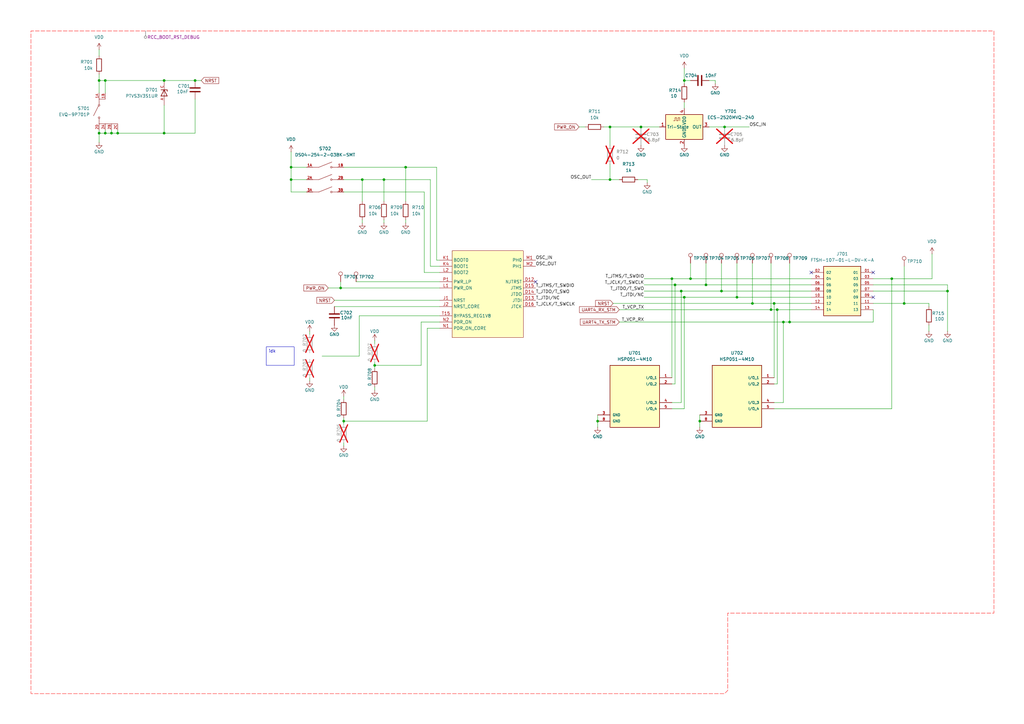
<source format=kicad_sch>
(kicad_sch (version 20250114) (generator "eeschema") (generator_version "9.0")
  (paper "A3")
  (title_block (comment 1 "Author: Mykola Grodskyi"))
  (text_box "idk\n" (at 109.22 142.24 0) (size 11.43 7.62) (margins 0.9525 0.9525 0.9525 0.9525) (effects (font (size 1.27 1.27)) (justify left top)))
  (junction (at 370.84 124.46))
  (junction (at 308.61 124.46))
  (junction (at 297.18 52.07))
  (junction (at 80.01 33.02))
  (junction (at 302.26 121.92))
  (junction (at 321.31 132.08))
  (junction (at 275.59 114.3))
  (junction (at 323.85 132.08))
  (junction (at 43.18 33.02))
  (junction (at 119.38 73.66))
  (junction (at 139.7 118.11))
  (junction (at 48.26 54.61))
  (junction (at 317.5 124.46))
  (junction (at 295.91 119.38))
  (junction (at 262.89 52.07))
  (junction (at 153.67 149.86))
  (junction (at 283.21 114.3))
  (junction (at 67.31 54.61))
  (junction (at 287.02 172.72))
  (junction (at 67.31 33.02))
  (junction (at 245.11 172.72))
  (junction (at 250.19 73.66))
  (junction (at 45.72 54.61))
  (junction (at 140.97 172.72))
  (junction (at 388.62 119.38))
  (junction (at 280.67 121.92))
  (junction (at 166.37 68.58))
  (junction (at 250.19 52.07))
  (junction (at 119.38 68.58))
  (junction (at 148.59 73.66))
  (junction (at 40.64 33.02))
  (junction (at 40.64 54.61))
  (junction (at 316.23 127))
  (junction (at 43.18 54.61))
  (junction (at 279.4 119.38))
  (junction (at 289.56 116.84))
  (junction (at 157.48 73.66))
  (junction (at 280.67 33.02))
  (junction (at 276.86 116.84))
  (junction (at 365.76 114.3))
  (junction (at 318.77 127))
  (no_connect (at 219.71 115.57))
  (no_connect (at 358.14 121.92))
  (no_connect (at 358.14 111.76))
  (no_connect (at 332.74 111.76))
  (wire (pts (xy 264.16 116.84) (xy 276.86 116.84)))
  (wire (pts (xy 250.19 67.31) (xy 250.19 73.66)))
  (wire (pts (xy 290.83 33.02) (xy 293.37 33.02)))
  (wire (pts (xy 317.5 157.48) (xy 318.77 157.48)))
  (wire (pts (xy 388.62 119.38) (xy 388.62 116.84)))
  (wire (pts (xy 317.5 124.46) (xy 317.5 154.94)))
  (wire (pts (xy 153.67 148.59) (xy 153.67 149.86)))
  (wire (pts (xy 67.31 54.61) (xy 80.01 54.61)))
  (wire (pts (xy 275.59 114.3) (xy 283.21 114.3)))
  (wire (pts (xy 140.97 73.66) (xy 148.59 73.66)))
  (wire (pts (xy 48.26 53.34) (xy 48.26 54.61)))
  (wire (pts (xy 166.37 68.58) (xy 140.97 68.58)))
  (wire (pts (xy 140.97 162.56) (xy 140.97 163.83)))
  (wire (pts (xy 247.65 52.07) (xy 250.19 52.07)))
  (wire (pts (xy 166.37 91.44) (xy 166.37 90.17)))
  (wire (pts (xy 251.46 124.46) (xy 308.61 124.46)))
  (wire (pts (xy 264.16 121.92) (xy 280.67 121.92)))
  (wire (pts (xy 147.32 146.05) (xy 147.32 129.54)))
  (wire (pts (xy 180.34 111.76) (xy 173.99 111.76)))
  (wire (pts (xy 358.14 114.3) (xy 365.76 114.3)))
  (wire (pts (xy 264.16 119.38) (xy 279.4 119.38)))
  (wire (pts (xy 175.26 134.62) (xy 175.26 172.72)))
  (wire (pts (xy 323.85 107.95) (xy 323.85 132.08)))
  (wire (pts (xy 80.01 54.61) (xy 80.01 40.64)))
  (wire (pts (xy 153.67 160.02) (xy 153.67 158.75)))
  (wire (pts (xy 43.18 38.1) (xy 43.18 33.02)))
  (wire (pts (xy 250.19 52.07) (xy 262.89 52.07)))
  (wire (pts (xy 40.64 54.61) (xy 40.64 58.42)))
  (wire (pts (xy 370.84 109.22) (xy 370.84 124.46)))
  (wire (pts (xy 308.61 107.95) (xy 308.61 124.46)))
  (wire (pts (xy 283.21 114.3) (xy 332.74 114.3)))
  (wire (pts (xy 140.97 172.72) (xy 140.97 173.99)))
  (wire (pts (xy 148.59 73.66) (xy 148.59 82.55)))
  (wire (pts (xy 316.23 127) (xy 318.77 127)))
  (wire (pts (xy 323.85 132.08) (xy 358.14 132.08)))
  (wire (pts (xy 317.5 167.64) (xy 365.76 167.64)))
  (wire (pts (xy 139.7 118.11) (xy 180.34 118.11)))
  (wire (pts (xy 254 73.66) (xy 250.19 73.66)))
  (wire (pts (xy 134.62 118.11) (xy 139.7 118.11)))
  (wire (pts (xy 280.67 27.94) (xy 280.67 33.02)))
  (wire (pts (xy 127 135.89) (xy 127 137.16)))
  (wire (pts (xy 40.64 53.34) (xy 40.64 54.61)))
  (wire (pts (xy 172.72 132.08) (xy 172.72 149.86)))
  (wire (pts (xy 132.08 146.05) (xy 147.32 146.05)))
  (wire (pts (xy 318.77 127) (xy 332.74 127)))
  (wire (pts (xy 321.31 132.08) (xy 323.85 132.08)))
  (wire (pts (xy 40.64 33.02) (xy 40.64 38.1)))
  (wire (pts (xy 172.72 132.08) (xy 180.34 132.08)))
  (wire (pts (xy 275.59 114.3) (xy 275.59 154.94)))
  (wire (pts (xy 295.91 119.38) (xy 332.74 119.38)))
  (wire (pts (xy 173.99 78.74) (xy 140.97 78.74)))
  (wire (pts (xy 147.32 129.54) (xy 180.34 129.54)))
  (wire (pts (xy 280.67 121.92) (xy 280.67 167.64)))
  (wire (pts (xy 245.11 170.18) (xy 245.11 172.72)))
  (wire (pts (xy 388.62 119.38) (xy 388.62 135.89)))
  (wire (pts (xy 365.76 114.3) (xy 382.27 114.3)))
  (wire (pts (xy 381 135.89) (xy 381 133.35)))
  (wire (pts (xy 40.64 30.48) (xy 40.64 33.02)))
  (wire (pts (xy 279.4 119.38) (xy 295.91 119.38)))
  (wire (pts (xy 67.31 43.18) (xy 67.31 54.61)))
  (wire (pts (xy 43.18 54.61) (xy 45.72 54.61)))
  (wire (pts (xy 289.56 107.95) (xy 289.56 116.84)))
  (wire (pts (xy 280.67 41.91) (xy 280.67 44.45)))
  (wire (pts (xy 275.59 165.1) (xy 279.4 165.1)))
  (wire (pts (xy 176.53 109.22) (xy 180.34 109.22)))
  (wire (pts (xy 140.97 171.45) (xy 140.97 172.72)))
  (wire (pts (xy 40.64 54.61) (xy 43.18 54.61)))
  (wire (pts (xy 119.38 73.66) (xy 119.38 78.74)))
  (wire (pts (xy 173.99 111.76) (xy 173.99 78.74)))
  (wire (pts (xy 381 125.73) (xy 381 124.46)))
  (wire (pts (xy 180.34 134.62) (xy 175.26 134.62)))
  (wire (pts (xy 275.59 167.64) (xy 280.67 167.64)))
  (wire (pts (xy 302.26 107.95) (xy 302.26 121.92)))
  (wire (pts (xy 80.01 33.02) (xy 67.31 33.02)))
  (wire (pts (xy 358.14 119.38) (xy 388.62 119.38)))
  (wire (pts (xy 153.67 149.86) (xy 153.67 151.13)))
  (wire (pts (xy 242.57 73.66) (xy 250.19 73.66)))
  (wire (pts (xy 157.48 73.66) (xy 157.48 82.55)))
  (wire (pts (xy 127 156.21) (xy 127 154.94)))
  (wire (pts (xy 358.14 116.84) (xy 388.62 116.84)))
  (wire (pts (xy 287.02 170.18) (xy 287.02 172.72)))
  (wire (pts (xy 45.72 53.34) (xy 45.72 54.61)))
  (wire (pts (xy 283.21 107.95) (xy 283.21 114.3)))
  (wire (pts (xy 321.31 132.08) (xy 321.31 165.1)))
  (wire (pts (xy 365.76 167.64) (xy 365.76 114.3)))
  (wire (pts (xy 280.67 33.02) (xy 280.67 34.29)))
  (wire (pts (xy 119.38 68.58) (xy 125.73 68.58)))
  (wire (pts (xy 157.48 73.66) (xy 176.53 73.66)))
  (wire (pts (xy 254 127) (xy 316.23 127)))
  (wire (pts (xy 265.43 74.93) (xy 265.43 73.66)))
  (wire (pts (xy 48.26 54.61) (xy 67.31 54.61)))
  (wire (pts (xy 140.97 182.88) (xy 140.97 181.61)))
  (wire (pts (xy 166.37 68.58) (xy 166.37 82.55)))
  (wire (pts (xy 176.53 73.66) (xy 176.53 109.22)))
  (wire (pts (xy 275.59 157.48) (xy 276.86 157.48)))
  (wire (pts (xy 318.77 127) (xy 318.77 157.48)))
  (wire (pts (xy 290.83 52.07) (xy 297.18 52.07)))
  (wire (pts (xy 358.14 124.46) (xy 370.84 124.46)))
  (wire (pts (xy 45.72 54.61) (xy 48.26 54.61)))
  (wire (pts (xy 139.7 115.57) (xy 139.7 118.11)))
  (wire (pts (xy 140.97 172.72) (xy 175.26 172.72)))
  (wire (pts (xy 280.67 121.92) (xy 302.26 121.92)))
  (wire (pts (xy 302.26 121.92) (xy 332.74 121.92)))
  (wire (pts (xy 279.4 119.38) (xy 279.4 165.1)))
  (wire (pts (xy 358.14 132.08) (xy 358.14 127)))
  (wire (pts (xy 119.38 68.58) (xy 119.38 73.66)))
  (wire (pts (xy 180.34 106.68) (xy 179.07 106.68)))
  (wire (pts (xy 382.27 104.14) (xy 382.27 114.3)))
  (wire (pts (xy 287.02 172.72) (xy 287.02 175.26)))
  (wire (pts (xy 125.73 73.66) (xy 119.38 73.66)))
  (wire (pts (xy 317.5 165.1) (xy 321.31 165.1)))
  (wire (pts (xy 119.38 78.74) (xy 125.73 78.74)))
  (wire (pts (xy 82.55 33.02) (xy 80.01 33.02)))
  (wire (pts (xy 40.64 20.32) (xy 40.64 22.86)))
  (wire (pts (xy 137.16 123.19) (xy 180.34 123.19)))
  (wire (pts (xy 153.67 149.86) (xy 172.72 149.86)))
  (wire (pts (xy 317.5 124.46) (xy 332.74 124.46)))
  (wire (pts (xy 289.56 116.84) (xy 332.74 116.84)))
  (wire (pts (xy 146.05 115.57) (xy 180.34 115.57)))
  (wire (pts (xy 276.86 116.84) (xy 289.56 116.84)))
  (wire (pts (xy 179.07 106.68) (xy 179.07 68.58)))
  (wire (pts (xy 43.18 53.34) (xy 43.18 54.61)))
  (wire (pts (xy 153.67 139.7) (xy 153.67 140.97)))
  (wire (pts (xy 148.59 73.66) (xy 157.48 73.66)))
  (wire (pts (xy 308.61 124.46) (xy 317.5 124.46)))
  (wire (pts (xy 264.16 114.3) (xy 275.59 114.3)))
  (wire (pts (xy 119.38 62.23) (xy 119.38 68.58)))
  (wire (pts (xy 43.18 33.02) (xy 67.31 33.02)))
  (wire (pts (xy 148.59 91.44) (xy 148.59 90.17)))
  (wire (pts (xy 179.07 68.58) (xy 166.37 68.58)))
  (wire (pts (xy 370.84 124.46) (xy 381 124.46)))
  (wire (pts (xy 157.48 91.44) (xy 157.48 90.17)))
  (wire (pts (xy 283.21 33.02) (xy 280.67 33.02)))
  (wire (pts (xy 254 132.08) (xy 321.31 132.08)))
  (wire (pts (xy 40.64 33.02) (xy 43.18 33.02)))
  (wire (pts (xy 180.34 125.73) (xy 137.16 125.73)))
  (wire (pts (xy 295.91 107.95) (xy 295.91 119.38)))
  (wire (pts (xy 250.19 52.07) (xy 250.19 59.69)))
  (wire (pts (xy 297.18 52.07) (xy 307.34 52.07)))
  (wire (pts (xy 265.43 73.66) (xy 261.62 73.66)))
  (wire (pts (xy 237.49 52.07) (xy 240.03 52.07)))
  (wire (pts (xy 245.11 172.72) (xy 245.11 175.26)))
  (wire (pts (xy 316.23 107.95) (xy 316.23 127)))
  (wire (pts (xy 276.86 116.84) (xy 276.86 157.48)))
  (wire (pts (xy 293.37 34.29) (xy 293.37 33.02)))
  (wire (pts (xy 262.89 52.07) (xy 270.51 52.07)))
  (label "OSC_OUT" (at 219.71 109.22 0))
  (label "T_JTDO{slash}T_SWO" (at 219.71 120.65 0))
  (label "T_VCP_TX" (at 264.16 127 180))
  (label "T_JTMS{slash}T_SWDIO" (at 219.71 118.11 0))
  (label "T_JTDI{slash}NC" (at 264.16 121.92 180))
  (label "T_JTDO{slash}T_SWO" (at 264.16 119.38 180))
  (label "T_JCLK{slash}T_SWCLK" (at 264.16 116.84 180))
  (label "T_JTMS{slash}T_SWDIO" (at 264.16 114.3 180))
  (label "OSC_IN" (at 219.71 106.68 0))
  (label "T_JCLK{slash}T_SWCLK" (at 219.71 125.73 0))
  (label "T_VCP_RX" (at 264.16 132.08 180))
  (label "T_JTDI{slash}NC" (at 219.71 123.19 0))
  (label "OSC_IN" (at 307.34 52.07 0))
  (label "OSC_OUT" (at 242.57 73.66 180))
  (global_label "UART4_TX_STM" (shape input) (at 254 132.08 180) (property "Intersheetrefs" "${INTERSHEET_REFS}" (effects (hide yes))))
  (global_label "PWR_ON" (shape input) (at 134.62 118.11 180) (property "Intersheetrefs" "${INTERSHEET_REFS}" (effects (hide yes))))
  (global_label "NRST" (shape input) (at 137.16 123.19 180) (property "Intersheetrefs" "${INTERSHEET_REFS}" (effects (hide yes))))
  (global_label "NRST" (shape input) (at 251.46 124.46 180) (property "Intersheetrefs" "${INTERSHEET_REFS}" (effects (hide yes))))
  (global_label "NRST" (shape input) (at 82.55 33.02 0) (property "Intersheetrefs" "${INTERSHEET_REFS}" (effects (hide yes))))
  (global_label "UART4_RX_STM" (shape input) (at 254 127 180) (property "Intersheetrefs" "${INTERSHEET_REFS}" (effects (hide yes))))
  (global_label "PWR_ON" (shape input) (at 237.49 52.07 180) (property "Intersheetrefs" "${INTERSHEET_REFS}" (effects (hide yes))))
  (rule_area (polyline (pts (xy 407.67 12.7) (xy 407.67 251.46) (xy 298.45 251.46) (xy 298.45 283.21) (xy 297.18 284.48) (xy 12.7 284.48) (xy 12.7 12.7)) (stroke (width 0) (type dash))))
  (netclass_flag "" (length 2.54) (shape round) (at 59.69 12.7 180) (property "Netclass" "RCC_BOOT_RST_DEBUG" (at 60.3885 15.24 0) (effects (justify left))))
  (symbol (lib_id "Connector:TestPoint") (at 316.23 107.95 0) (unit 1)
    (property "Reference" "TP708" (at 317.5 105.918 0) (effects (justify left)))
    (property "Value" "TestPoint" (effects (hide yes)))
    (property "Footprint" "Library:TP_0.5mm" (effects (hide yes)))
    (property "Description" "test point" (effects (hide yes)))
  )
  (symbol (lib_id "Connector:TestPoint") (at 139.7 115.57 0) (unit 1)
    (property "Reference" "TP701" (at 140.97 113.538 0) (effects (justify left)))
    (property "Value" "TestPoint" (effects (hide yes)))
    (property "Footprint" "Library:TP_0.5mm" (effects (hide yes)))
    (property "Description" "test point" (effects (hide yes)))
  )
  (symbol (lib_id "Device:R") (at 257.81 73.66 90) (unit 1)
    (property "Reference" "R713" (at 257.81 67.31 90))
    (property "Value" "1k" (at 257.81 69.85 90))
    (property "Footprint" "Resistor_SMD:R_0402_1005Metric" (effects (hide yes)))
    (property "Description" "Resistor" (effects (hide yes)))
  )
  (symbol (lib_id "EVQ-9P701P:EVQ-9P701P") (at 40.64 45.72 90) (mirror x) (unit 1)
    (property "Reference" "S701" (at 36.83 44.4499 90) (effects (justify left)))
    (property "Value" "EVQ-9P701P" (at 36.83 46.9899 90) (effects (justify left)))
    (property "Footprint" "lib:SW_EVQ-9P701P" (effects (hide yes)))
    (property "MF" "Panasonic Electronic Components" (effects (hide yes)))
    (property "MAXIMUM_PACKAGE_HEIGHT" "1.35mm" (effects (hide yes)))
    (property "Package" "None" (effects (hide yes)))
    (property "Price" "None" (effects (hide yes)))
    (property "Check_prices" "https://www.snapeda.com/parts/EVQ-9P701P/Panasonic+Electronic+Components/view-part/?ref=eda" (effects (hide yes)))
    (property "STANDARD" "Manufacturer Recommendations" (effects (hide yes)))
    (property "PARTREV" "N/A" (effects (hide yes)))
    (property "SnapEDA_Link" "https://www.snapeda.com/parts/EVQ-9P701P/Panasonic+Electronic+Components/view-part/?ref=snap" (effects (hide yes)))
    (property "MP" "EVQ-9P701P" (effects (hide yes)))
    (property "Description_1" "Tactile Switch SPST-NO Side Actuated Surface Mount, Right Angle" (effects (hide yes)))
    (property "Availability" "In Stock" (effects (hide yes)))
    (property "MANUFACTURER" "Panasonic" (effects (hide yes)))
  )
  (symbol (lib_id "power:GND") (at 293.37 34.29 0) (unit 1)
    (property "Reference" "#PWR0720" (effects (hide yes)))
    (property "Value" "GND" (at 293.37 38.1 0))
    (property "Description" "Power symbol creates a global label with name \"GND\" , ground" (effects (hide yes)))
  )
  (symbol (lib_id "power:GND") (at 388.62 135.89 0) (mirror y) (unit 1)
    (property "Reference" "#PWR0724" (effects (hide yes)))
    (property "Value" "GND" (at 388.62 139.7 0))
    (property "Description" "Power symbol creates a global label with name \"GND\" , ground" (effects (hide yes)))
  )
  (symbol (lib_id "HSP051-4M10:HSP051-4M10") (at 260.35 162.56 0) (mirror y) (unit 1)
    (property "Reference" "U701" (at 260.35 144.78 0))
    (property "Value" "HSP051-4M10" (at 260.35 147.32 0))
    (property "Footprint" "lib:IC_HSP051-4M10" (effects (hide yes)))
    (property "MF" "STMicroelectronics" (effects (hide yes)))
    (property "MAXIMUM_PACKAGE_HEIGHT" "0.5mm" (effects (hide yes)))
    (property "Package" "UQFN-10 STMicroelectronics" (effects (hide yes)))
    (property "Description_1" "10V Clamp 1A (8/20µs) Ipp Tvs Diode Surface Mount 10-UQFN (2.5x1)" (effects (hide yes)))
    (property "MANUFACTURER" "STMicroelectronics" (effects (hide yes)))
    (property "P/N" " HSP051-4M10" (effects (hide yes)))
    (property "Mouser P/N" "511-HSP051-4M10" (effects (hide yes)))
  )
  (symbol (lib_id "power:GND") (at 297.18 59.69 0) (unit 1)
    (property "Reference" "#PWR0721" (effects (hide yes)))
    (property "Value" "GND" (at 297.18 63.5 0))
    (property "Description" "Power symbol creates a global label with name \"GND\" , ground" (effects (hide yes)))
  )
  (symbol (lib_id "Device:R") (at 40.64 26.67 0) (mirror x) (unit 1)
    (property "Reference" "R701" (at 38.1 25.3999 0) (effects (justify right)))
    (property "Value" "10k" (at 38.1 27.9399 0) (effects (justify right)))
    (property "Footprint" "Resistor_SMD:R_0402_1005Metric" (effects (hide yes)))
    (property "Description" "Resistor" (effects (hide yes)))
  )
  (symbol (lib_id "Device:R") (at 157.48 86.36 0) (unit 1)
    (property "Reference" "R709" (at 160.02 85.0899 0) (effects (justify left)))
    (property "Value" "10k" (at 160.02 87.6299 0) (effects (justify left)))
    (property "Footprint" "Resistor_SMD:R_0402_1005Metric" (effects (hide yes)))
    (property "Description" "Resistor" (effects (hide yes)))
  )
  (symbol (lib_id "Device:R") (at 153.67 154.94 0) (mirror x) (unit 1)
    (property "Reference" "R708" (at 151.638 153.416 90))
    (property "Value" "0" (at 151.638 157.734 90))
    (property "Footprint" "Resistor_SMD:R_0402_1005Metric" (effects (hide yes)))
    (property "Description" "Resistor" (effects (hide yes)))
  )
  (symbol (lib_id "power:+36V") (at 280.67 27.94 0) (unit 1)
    (property "Reference" "#PWR0717" (effects (hide yes)))
    (property "Value" "VDD" (at 280.67 22.86 0))
    (property "Description" "Power symbol creates a global label with name \"+36V\"" (effects (hide yes)))
  )
  (symbol (lib_id "power:+36V") (at 382.27 104.14 0) (mirror y) (unit 1)
    (property "Reference" "#PWR0723" (effects (hide yes)))
    (property "Value" "VDD" (at 382.27 99.06 0))
    (property "Description" "Power symbol creates a global label with name \"+36V\"" (effects (hide yes)))
  )
  (symbol (lib_id "power:GND") (at 127 156.21 0) (unit 1)
    (property "Reference" "#PWR0705" (effects (hide yes)))
    (property "Value" "GND" (at 127 160.02 0))
    (property "Description" "Power symbol creates a global label with name \"GND\" , ground" (effects (hide yes)))
  )
  (symbol (lib_id "DS04-254-2-03BK-SMT:DS04-254-2-03BK-SMT") (at 133.35 73.66 0) (unit 1)
    (property "Reference" "S702" (at 133.35 60.96 0))
    (property "Value" "DS04-254-2-03BK-SMT" (at 133.35 63.5 0))
    (property "Footprint" "lib:SW_DS04-254-2-03BK-SMT" (effects (hide yes)))
    (property "MF" "Same Sky" (effects (hide yes)))
    (property "MAXIMUM_PACKAGE_HEIGHT" "4.86 mm" (effects (hide yes)))
    (property "Package" "None" (effects (hide yes)))
    (property "Price" "None" (effects (hide yes)))
    (property "Check_prices" "https://www.snapeda.com/parts/DS04-254-2-03BK-SMT/Same+Sky/view-part/?ref=eda" (effects (hide yes)))
    (property "STANDARD" "Manufacturer Recommendations" (effects (hide yes)))
    (property "PARTREV" "V0.0" (effects (hide yes)))
    (property "SnapEDA_Link" "https://www.snapeda.com/parts/DS04-254-2-03BK-SMT/Same+Sky/view-part/?ref=snap" (effects (hide yes)))
    (property "MP" "DS04-254-2-03BK-SMT" (effects (hide yes)))
    (property "Description_1" "3 Position, Surface Mount, 2.54 mm Pitch, Flat Slide Actuator, Flat Bottom, SMT Pin, DIP Switch" (effects (hide yes)))
    (property "Availability" "In Stock" (effects (hide yes)))
    (property "MANUFACTURER" "CUI Inc." (effects (hide yes)))
  )
  (symbol (lib_id "Device:R") (at 127 140.97 0) (mirror x) (unit 1) (dnp yes)
    (property "Reference" "R702" (at 124.968 139.446 90))
    (property "Value" "0" (at 124.968 143.764 90))
    (property "Footprint" "Resistor_SMD:R_0402_1005Metric" (effects (hide yes)))
    (property "Description" "Resistor" (effects (hide yes)))
  )
  (symbol (lib_id "Connector:TestPoint") (at 323.85 107.95 0) (unit 1)
    (property "Reference" "TP709" (at 325.12 105.918 0) (effects (justify left)))
    (property "Value" "TestPoint" (effects (hide yes)))
    (property "Footprint" "Library:TP_0.5mm" (effects (hide yes)))
    (property "Description" "test point" (effects (hide yes)))
  )
  (symbol (lib_id "Device:R") (at 250.19 63.5 180) (unit 1) (dnp yes)
    (property "Reference" "R712" (at 252.73 62.2299 0) (effects (justify right)))
    (property "Value" "0" (at 252.73 64.7699 0) (effects (justify right)))
    (property "Footprint" "Resistor_SMD:R_0402_1005Metric" (effects (hide yes)))
    (property "Description" "Resistor" (effects (hide yes)))
  )
  (symbol (lib_id "Oscillator:ECS-2520MV-xxx-xx") (at 280.67 52.07 0) (unit 1)
    (property "Reference" "Y701" (at 299.72 45.6498 0))
    (property "Value" "ECS-2520MVQ-240" (at 299.72 48.1898 0))
    (property "Footprint" "Oscillator:Oscillator_SMD_ECS_2520MV-xxx-xx-4Pin_2.5x2.0mm" (effects (hide yes)))
    (property "Datasheet" "https://www.ecsxtal.com/store/pdf/ECS-2520MV.pdf" (effects (hide yes)))
    (property "Description" "HCMOS Crystal Clock Oscillator, 2.5x2.0 mm SMD" (effects (hide yes)))
    (property "Mouser P/N" "520-E2520MVQ240BSTR" (effects (hide yes)))
    (property "P/N" "ECS-2520MVQ-240-BS-TR" (effects (hide yes)))
  )
  (symbol (lib_id "power:+36V") (at 40.64 20.32 0) (mirror y) (unit 1)
    (property "Reference" "#PWR0701" (effects (hide yes)))
    (property "Value" "VDD" (at 40.64 15.24 0))
    (property "Description" "Power symbol creates a global label with name \"+36V\"" (effects (hide yes)))
  )
  (symbol (lib_id "Connector:TestPoint") (at 308.61 107.95 0) (unit 1)
    (property "Reference" "TP707" (at 309.88 105.918 0) (effects (justify left)))
    (property "Value" "TestPoint" (effects (hide yes)))
    (property "Footprint" "Library:TP_0.5mm" (effects (hide yes)))
    (property "Description" "test point" (effects (hide yes)))
  )
  (symbol (lib_id "Connector:TestPoint") (at 289.56 107.95 0) (unit 1)
    (property "Reference" "TP704" (at 290.83 105.918 0) (effects (justify left)))
    (property "Value" "TestPoint" (effects (hide yes)))
    (property "Footprint" "Library:TP_0.5mm" (effects (hide yes)))
    (property "Description" "test point" (effects (hide yes)))
  )
  (symbol (lib_id "Device:R") (at 166.37 86.36 180) (unit 1)
    (property "Reference" "R710" (at 168.91 85.0899 0) (effects (justify right)))
    (property "Value" "10k" (at 168.91 87.6299 0) (effects (justify right)))
    (property "Footprint" "Resistor_SMD:R_0402_1005Metric" (effects (hide yes)))
    (property "Description" "Resistor" (effects (hide yes)))
  )
  (symbol (lib_id "power:GND") (at 140.97 182.88 0) (unit 1)
    (property "Reference" "#PWR0708" (effects (hide yes)))
    (property "Value" "GND" (at 140.97 186.69 0))
    (property "Description" "Power symbol creates a global label with name \"GND\" , ground" (effects (hide yes)))
  )
  (symbol (lib_id "Connector:TestPoint") (at 295.91 107.95 0) (unit 1)
    (property "Reference" "TP705" (at 297.18 105.918 0) (effects (justify left)))
    (property "Value" "TestPoint" (effects (hide yes)))
    (property "Footprint" "Library:TP_0.5mm" (effects (hide yes)))
    (property "Description" "test point" (effects (hide yes)))
  )
  (symbol (lib_id "Connector:TestPoint") (at 302.26 107.95 0) (unit 1)
    (property "Reference" "TP706" (at 303.53 105.918 0) (effects (justify left)))
    (property "Value" "TestPoint" (effects (hide yes)))
    (property "Footprint" "Library:TP_0.5mm" (effects (hide yes)))
    (property "Description" "test point" (effects (hide yes)))
  )
  (symbol (lib_id "HSP051-4M10:HSP051-4M10") (at 302.26 162.56 0) (mirror y) (unit 1)
    (property "Reference" "U702" (at 302.26 144.78 0))
    (property "Value" "HSP051-4M10" (at 302.26 147.32 0))
    (property "Footprint" "lib:IC_HSP051-4M10" (effects (hide yes)))
    (property "MF" "STMicroelectronics" (effects (hide yes)))
    (property "MAXIMUM_PACKAGE_HEIGHT" "0.5mm" (effects (hide yes)))
    (property "Package" "UQFN-10 STMicroelectronics" (effects (hide yes)))
    (property "Description_1" "10V Clamp 1A (8/20µs) Ipp Tvs Diode Surface Mount 10-UQFN (2.5x1)" (effects (hide yes)))
    (property "MANUFACTURER" "STMicroelectronics" (effects (hide yes)))
    (property "P/N" " HSP051-4M10" (effects (hide yes)))
    (property "Mouser P/N" "511-HSP051-4M10" (effects (hide yes)))
  )
  (symbol (lib_id "power:GND") (at 148.59 91.44 0) (unit 1)
    (property "Reference" "#PWR0709" (effects (hide yes)))
    (property "Value" "GND" (at 148.59 95.25 0))
    (property "Description" "Power symbol creates a global label with name \"GND\" , ground" (effects (hide yes)))
  )
  (symbol (lib_id "power:GND") (at 157.48 91.44 0) (unit 1)
    (property "Reference" "#PWR0712" (effects (hide yes)))
    (property "Value" "GND" (at 157.48 95.25 0))
    (property "Description" "Power symbol creates a global label with name \"GND\" , ground" (effects (hide yes)))
  )
  (symbol (lib_id "Connector:TestPoint") (at 370.84 109.22 0) (unit 1)
    (property "Reference" "TP710" (at 372.11 107.188 0) (effects (justify left)))
    (property "Value" "TestPoint" (effects (hide yes)))
    (property "Footprint" "Library:TP_0.5mm" (effects (hide yes)))
    (property "Description" "test point" (effects (hide yes)))
  )
  (symbol (lib_id "Device:R") (at 243.84 52.07 90) (unit 1)
    (property "Reference" "R711" (at 243.84 45.72 90))
    (property "Value" "10k" (at 243.84 48.26 90))
    (property "Footprint" "Resistor_SMD:R_0402_1005Metric" (effects (hide yes)))
    (property "Description" "Resistor" (effects (hide yes)))
  )
  (symbol (lib_id "Device:R") (at 280.67 38.1 180) (unit 1)
    (property "Reference" "R714" (at 276.86 37.084 0))
    (property "Value" "10" (at 276.352 39.37 0))
    (property "Footprint" "Resistor_SMD:R_0402_1005Metric" (effects (hide yes)))
    (property "Description" "Resistor" (effects (hide yes)))
  )
  (symbol (lib_id "power:+36V") (at 153.67 139.7 0) (mirror y) (unit 1)
    (property "Reference" "#PWR0710" (effects (hide yes)))
    (property "Value" "VDD" (at 153.67 135.89 0))
    (property "Description" "Power symbol creates a global label with name \"+36V\"" (effects (hide yes)))
  )
  (symbol (lib_id "Device:R") (at 148.59 86.36 180) (unit 1)
    (property "Reference" "R706" (at 151.13 85.0899 0) (effects (justify right)))
    (property "Value" "10k" (at 151.13 87.6299 0) (effects (justify right)))
    (property "Footprint" "Resistor_SMD:R_0402_1005Metric" (effects (hide yes)))
    (property "Description" "Resistor" (effects (hide yes)))
  )
  (symbol (lib_id "power:+36V") (at 127 135.89 0) (mirror y) (unit 1)
    (property "Reference" "#PWR0704" (effects (hide yes)))
    (property "Value" "VDD" (at 127 132.08 0))
    (property "Description" "Power symbol creates a global label with name \"+36V\"" (effects (hide yes)))
  )
  (symbol (lib_id "power:GND") (at 381 135.89 0) (mirror y) (unit 1)
    (property "Reference" "#PWR0722" (effects (hide yes)))
    (property "Value" "GND" (at 381 139.7 0))
    (property "Description" "Power symbol creates a global label with name \"GND\" , ground" (effects (hide yes)))
  )
  (symbol (lib_id "power:GND") (at 262.89 59.69 0) (unit 1)
    (property "Reference" "#PWR0715" (effects (hide yes)))
    (property "Value" "GND" (at 262.89 63.5 0))
    (property "Description" "Power symbol creates a global label with name \"GND\" , ground" (effects (hide yes)))
  )
  (symbol (lib_id "power:+36V") (at 140.97 162.56 0) (mirror y) (unit 1)
    (property "Reference" "#PWR0707" (effects (hide yes)))
    (property "Value" "VDD" (at 140.97 158.75 0))
    (property "Description" "Power symbol creates a global label with name \"+36V\"" (effects (hide yes)))
  )
  (symbol (lib_id "Device:R") (at 140.97 177.8 0) (mirror x) (unit 1) (dnp yes)
    (property "Reference" "R705" (at 138.938 176.276 90))
    (property "Value" "0" (at 138.938 180.594 90))
    (property "Footprint" "Resistor_SMD:R_0402_1005Metric" (effects (hide yes)))
    (property "Description" "Resistor" (effects (hide yes)))
  )
  (symbol (lib_id "Device:C") (at 80.01 36.83 0) (mirror x) (unit 1)
    (property "Reference" "C701" (at 75.438 35.306 0))
    (property "Value" "10nF" (at 74.93 37.592 0))
    (property "Footprint" "Capacitor_SMD:C_0402_1005Metric" (effects (hide yes)))
    (property "Description" "Unpolarized capacitor" (effects (hide yes)))
    (property "P/N" " GRM155R71C103KA01J" (effects (hide yes)))
    (property "Mouser P/N" "81-GRM155R71C103KA1J" (effects (hide yes)))
  )
  (symbol (lib_id "power:GND") (at 245.11 175.26 0) (mirror y) (unit 1)
    (property "Reference" "#PWR0714" (effects (hide yes)))
    (property "Value" "GND" (at 245.11 179.07 0))
    (property "Description" "Power symbol creates a global label with name \"GND\" , ground" (effects (hide yes)))
  )
  (symbol (lib_id "power:GND") (at 166.37 91.44 0) (unit 1)
    (property "Reference" "#PWR0713" (effects (hide yes)))
    (property "Value" "GND" (at 166.37 95.25 0))
    (property "Description" "Power symbol creates a global label with name \"GND\" , ground" (effects (hide yes)))
  )
  (symbol (lib_id "power:+36V") (at 119.38 62.23 0) (unit 1)
    (property "Reference" "#PWR0703" (effects (hide yes)))
    (property "Value" "VDD" (at 119.38 57.15 0))
    (property "Description" "Power symbol creates a global label with name \"+36V\"" (effects (hide yes)))
  )
  (symbol (lib_id "power:GND") (at 137.16 133.35 0) (unit 1)
    (property "Reference" "#PWR0706" (effects (hide yes)))
    (property "Value" "GND" (at 137.16 137.16 0))
    (property "Description" "Power symbol creates a global label with name \"GND\" , ground" (effects (hide yes)))
  )
  (symbol (lib_id "Device:R") (at 381 129.54 0) (mirror x) (unit 1)
    (property "Reference" "R715" (at 384.81 128.524 0))
    (property "Value" "100" (at 385.318 130.81 0))
    (property "Footprint" "Resistor_SMD:R_0402_1005Metric" (effects (hide yes)))
    (property "Description" "Resistor" (effects (hide yes)))
  )
  (symbol (lib_id "New_Library:STM32MP157FABx") (at 201.93 114.3 0) (unit 5)
    (property "Reference" "U301" (effects (hide yes)))
    (property "Value" "STM32MP157FABx" (effects (hide yes)))
    (property "Footprint" "lib:ST_LFBGA-354_16x16mm_Layout19x19_P0.8mm" (effects (hide yes)))
    (property "Datasheet" "https://www.st.com/resource/en/datasheet/stm32mp157f.pdf" (effects (hide yes)))
    (property "Description" "STMicroelectronics Arm Cortex-A7 MCU, 0KB flash, 708KB RAM, 98 GPIO, LFBGA354" (effects (hide yes)))
  )
  (symbol (lib_id "Device:R") (at 153.67 144.78 0) (mirror x) (unit 1) (dnp yes)
    (property "Reference" "R707" (at 151.638 143.256 90))
    (property "Value" "0" (at 151.638 147.574 90))
    (property "Footprint" "Resistor_SMD:R_0402_1005Metric" (effects (hide yes)))
    (property "Description" "Resistor" (effects (hide yes)))
  )
  (symbol (lib_id "Connector:TestPoint") (at 146.05 115.57 0) (unit 1)
    (property "Reference" "TP702" (at 147.32 113.538 0) (effects (justify left)))
    (property "Value" "TestPoint" (effects (hide yes)))
    (property "Footprint" "Library:TP_0.5mm" (effects (hide yes)))
    (property "Description" "test point" (effects (hide yes)))
  )
  (symbol (lib_id "FTSH-107-01-L-DV-K-A:FTSH-107-01-L-DV-K-A") (at 345.44 119.38 0) (mirror y) (unit 1)
    (property "Reference" "J701" (at 345.45 104.14 0))
    (property "Value" "FTSH-107-01-L-DV-K-A" (at 345.45 106.68 0))
    (property "Footprint" "lib:SAMTEC_FTSH-107-01-L-DV-K-A" (effects (hide yes)))
    (property "MF" "Samtec Inc." (effects (hide yes)))
    (property "MAXIMUM_PACKAGE_HEIGHT" "6.23mm" (effects (hide yes)))
    (property "Package" "None" (effects (hide yes)))
    (property "Price" "None" (effects (hide yes)))
    (property "Check_prices" "https://www.snapeda.com/parts/FTSH-107-01-L-DV-K-A/Samtec+Inc./view-part/?ref=eda" (effects (hide yes)))
    (property "STANDARD" "Manufacturer Recommendation" (effects (hide yes)))
    (property "PARTREV" "H" (effects (hide yes)))
    (property "SnapEDA_Link" "https://www.snapeda.com/parts/FTSH-107-01-L-DV-K-A/Samtec+Inc./view-part/?ref=snap" (effects (hide yes)))
    (property "MP" "FTSH-107-01-L-DV-K-A" (effects (hide yes)))
    (property "Description_1" "Connector Header Surface Mount 14 position 0.050 (1.27mm)" (effects (hide yes)))
    (property "Availability" "In Stock" (effects (hide yes)))
    (property "MANUFACTURER" "Samtec" (effects (hide yes)))
  )
  (symbol (lib_id "power:GND") (at 287.02 175.26 0) (mirror y) (unit 1)
    (property "Reference" "#PWR0719" (effects (hide yes)))
    (property "Value" "GND" (at 287.02 179.07 0))
    (property "Description" "Power symbol creates a global label with name \"GND\" , ground" (effects (hide yes)))
  )
  (symbol (lib_id "Device:C") (at 137.16 129.54 180) (unit 1)
    (property "Reference" "C702" (at 141.986 128.27 0))
    (property "Value" "10nF" (at 142.24 130.302 0))
    (property "Footprint" "Capacitor_SMD:C_0402_1005Metric" (effects (hide yes)))
    (property "Description" "Unpolarized capacitor" (effects (hide yes)))
    (property "P/N" " GRM155R71C103KA01J" (effects (hide yes)))
    (property "Mouser P/N" "81-GRM155R71C103KA1J" (effects (hide yes)))
  )
  (symbol (lib_id "Device:R") (at 140.97 167.64 0) (mirror x) (unit 1)
    (property "Reference" "R704" (at 138.938 166.116 90))
    (property "Value" "0" (at 138.938 170.434 90))
    (property "Footprint" "Resistor_SMD:R_0402_1005Metric" (effects (hide yes)))
    (property "Description" "Resistor" (effects (hide yes)))
  )
  (symbol (lib_id "Device:R") (at 127 151.13 0) (mirror x) (unit 1) (dnp yes)
    (property "Reference" "R703" (at 124.968 149.606 90))
    (property "Value" "0" (at 124.968 153.924 90))
    (property "Footprint" "Resistor_SMD:R_0402_1005Metric" (effects (hide yes)))
    (property "Description" "Resistor" (effects (hide yes)))
  )
  (symbol (lib_id "Connector:TestPoint") (at 283.21 107.95 0) (unit 1)
    (property "Reference" "TP703" (at 284.48 105.918 0) (effects (justify left)))
    (property "Value" "TestPoint" (effects (hide yes)))
    (property "Footprint" "Library:TP_0.5mm" (effects (hide yes)))
    (property "Description" "test point" (effects (hide yes)))
  )
  (symbol (lib_id "Device:C") (at 297.18 55.88 180) (unit 1) (dnp yes)
    (property "Reference" "C705" (at 302.006 55.118 0))
    (property "Value" "6.8pF" (at 302.514 57.404 0))
    (property "Footprint" "Capacitor_SMD:C_0402_1005Metric" (effects (hide yes)))
    (property "Description" "Unpolarized capacitor" (effects (hide yes)))
  )
  (symbol (lib_id "power:GND") (at 40.64 58.42 0) (mirror y) (unit 1)
    (property "Reference" "#PWR0702" (effects (hide yes)))
    (property "Value" "GND" (at 40.64 62.23 0))
    (property "Description" "Power symbol creates a global label with name \"GND\" , ground" (effects (hide yes)))
  )
  (symbol (lib_id "PTVS3V3S1UR:PTVS3V3S1UR") (at 67.31 38.1 90) (mirror x) (unit 1)
    (property "Reference" "D701" (at 64.77 36.8299 90) (effects (justify left)))
    (property "Value" "PTVS3V3S1UR" (at 64.77 39.3699 90) (effects (justify left)))
    (property "Footprint" "lib:TVS_PTVS3V3S1UR" (effects (hide yes)))
    (property "MF" "NXP Semiconductors" (effects (hide yes)))
    (property "MAXIMUM_PACKAGE_HEIGHT" "1.1 mm" (effects (hide yes)))
    (property "Package" "None" (effects (hide yes)))
    (property "Price" "None" (effects (hide yes)))
    (property "Check_prices" "https://www.snapeda.com/parts/PTVS3V3S1UR/NXP+Semiconductors/view-part/?ref=eda" (effects (hide yes)))
    (property "STANDARD" "Manufacturer Recommendations" (effects (hide yes)))
    (property "PARTREV" "Rev. 3" (effects (hide yes)))
    (property "SnapEDA_Link" "https://www.snapeda.com/parts/PTVS3V3S1UR/NXP+Semiconductors/view-part/?ref=snap" (effects (hide yes)))
    (property "MP" "PTVS3V3S1UR" (effects (hide yes)))
    (property "Description_1" "TVS Diode Single Uni-Dir 3.3V 400W Automotive 2-Pin SOD-123W T/R" (effects (hide yes)))
    (property "Availability" "In Stock" (effects (hide yes)))
    (property "MANUFACTURER" "Nexperia" (effects (hide yes)))
  )
  (symbol (lib_id "power:GND") (at 265.43 74.93 0) (unit 1)
    (property "Reference" "#PWR0716" (effects (hide yes)))
    (property "Value" "GND" (at 265.43 78.74 0))
    (property "Description" "Power symbol creates a global label with name \"GND\" , ground" (effects (hide yes)))
  )
  (symbol (lib_id "power:GND") (at 280.67 59.69 0) (unit 1)
    (property "Reference" "#PWR0718" (effects (hide yes)))
    (property "Value" "GND" (at 280.67 63.5 0))
    (property "Description" "Power symbol creates a global label with name \"GND\" , ground" (effects (hide yes)))
  )
  (symbol (lib_id "power:GND") (at 153.67 160.02 0) (unit 1)
    (property "Reference" "#PWR0711" (effects (hide yes)))
    (property "Value" "GND" (at 153.67 163.83 0))
    (property "Description" "Power symbol creates a global label with name \"GND\" , ground" (effects (hide yes)))
  )
  (symbol (lib_id "Device:C") (at 287.02 33.02 90) (unit 1)
    (property "Reference" "C704" (at 283.464 30.988 90))
    (property "Value" "10nF" (at 291.592 30.988 90))
    (property "Footprint" "Capacitor_SMD:C_0402_1005Metric" (effects (hide yes)))
    (property "Description" "Unpolarized capacitor" (effects (hide yes)))
    (property "P/N" " GRM155R71C103KA01J" (effects (hide yes)))
    (property "Mouser P/N" "81-GRM155R71C103KA1J" (effects (hide yes)))
  )
  (symbol (lib_id "Device:C") (at 262.89 55.88 180) (unit 1) (dnp yes)
    (property "Reference" "C703" (at 267.716 55.118 0))
    (property "Value" "6.8pF" (at 268.224 57.404 0))
    (property "Footprint" "Capacitor_SMD:C_0402_1005Metric" (effects (hide yes)))
    (property "Description" "Unpolarized capacitor" (effects (hide yes)))
  )
)
</source>
